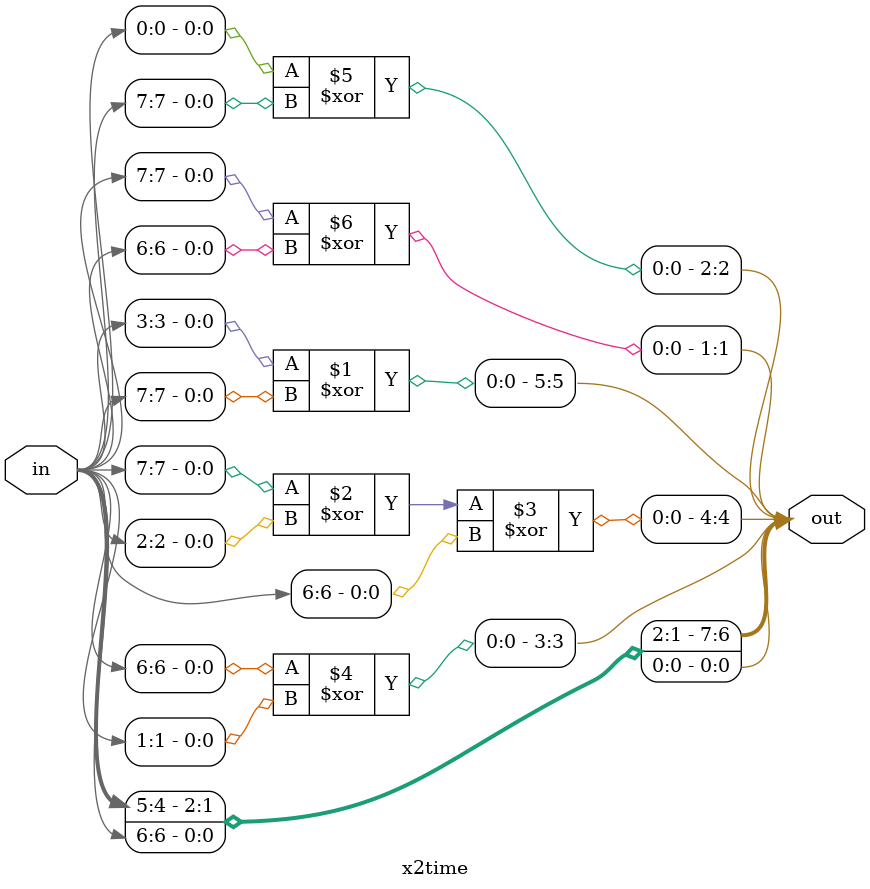
<source format=sv>
module x2time(in,out);
        input [7:0]in;
        output [7:0]out;

        assign out[7]=in[5];
        assign out[6]=in[4];
        assign out[5]=in[3]^in[7];
        assign out[4]=in[7]^in[2]^in[6];
        assign out[3]=in[6]^in[1];
        assign out[2]=in[0]^in[7];
        assign out[1]=in[7]^in[6];
        assign out[0]=in[6];
endmodule

</source>
